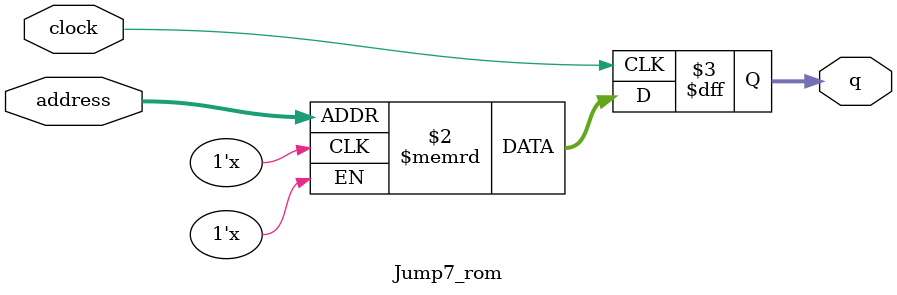
<source format=sv>
module Jump7_rom (
	input logic clock,
	input logic [12:0] address,
	output logic [2:0] q
);

logic [2:0] memory [0:5399] /* synthesis ram_init_file = "./Jump7/Jump7.mif" */;

always_ff @ (posedge clock) begin
	q <= memory[address];
end

endmodule

</source>
